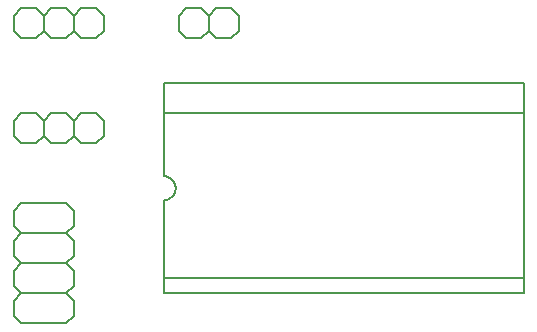
<source format=gto>
G75*
%MOIN*%
%OFA0B0*%
%FSLAX24Y24*%
%IPPOS*%
%LPD*%
%AMOC8*
5,1,8,0,0,1.08239X$1,22.5*
%
%ADD10C,0.0060*%
D10*
X001017Y000850D02*
X001017Y001350D01*
X001267Y001600D01*
X002767Y001600D01*
X003017Y001850D01*
X003017Y002350D01*
X002767Y002600D01*
X001267Y002600D01*
X001017Y002850D01*
X001017Y003350D01*
X001267Y003600D01*
X001017Y003850D01*
X001017Y004350D01*
X001267Y004600D01*
X002767Y004600D01*
X003017Y004350D01*
X003017Y003850D01*
X002767Y003600D01*
X001267Y003600D01*
X001267Y002600D02*
X001017Y002350D01*
X001017Y001850D01*
X001267Y001600D01*
X001017Y000850D02*
X001267Y000600D01*
X002767Y000600D01*
X003017Y000850D01*
X003017Y001350D01*
X002767Y001600D01*
X002767Y002600D02*
X003017Y002850D01*
X003017Y003350D01*
X002767Y003600D01*
X006017Y004700D02*
X006017Y002100D01*
X018017Y002100D01*
X018017Y001600D01*
X006017Y001600D01*
X006017Y002100D01*
X006017Y004700D02*
X006056Y004702D01*
X006095Y004708D01*
X006133Y004717D01*
X006170Y004730D01*
X006206Y004747D01*
X006239Y004767D01*
X006271Y004791D01*
X006300Y004817D01*
X006326Y004846D01*
X006350Y004878D01*
X006370Y004911D01*
X006387Y004947D01*
X006400Y004984D01*
X006409Y005022D01*
X006415Y005061D01*
X006417Y005100D01*
X006415Y005139D01*
X006409Y005178D01*
X006400Y005216D01*
X006387Y005253D01*
X006370Y005289D01*
X006350Y005322D01*
X006326Y005354D01*
X006300Y005383D01*
X006271Y005409D01*
X006239Y005433D01*
X006206Y005453D01*
X006170Y005470D01*
X006133Y005483D01*
X006095Y005492D01*
X006056Y005498D01*
X006017Y005500D01*
X006017Y007600D01*
X018017Y007600D01*
X018017Y002100D01*
X018017Y007600D02*
X018017Y008600D01*
X006017Y008600D01*
X006017Y007600D01*
X004017Y007350D02*
X004017Y006850D01*
X003767Y006600D01*
X003267Y006600D01*
X003017Y006850D01*
X002767Y006600D01*
X002267Y006600D01*
X002017Y006850D01*
X001767Y006600D01*
X001267Y006600D01*
X001017Y006850D01*
X001017Y007350D01*
X001267Y007600D01*
X001767Y007600D01*
X002017Y007350D01*
X002267Y007600D01*
X002767Y007600D01*
X003017Y007350D01*
X003267Y007600D01*
X003767Y007600D01*
X004017Y007350D01*
X003017Y007350D02*
X003017Y006850D01*
X002017Y006850D02*
X002017Y007350D01*
X002267Y010100D02*
X002017Y010350D01*
X001767Y010100D01*
X001267Y010100D01*
X001017Y010350D01*
X001017Y010850D01*
X001267Y011100D01*
X001767Y011100D01*
X002017Y010850D01*
X002267Y011100D01*
X002767Y011100D01*
X003017Y010850D01*
X003267Y011100D01*
X003767Y011100D01*
X004017Y010850D01*
X004017Y010350D01*
X003767Y010100D01*
X003267Y010100D01*
X003017Y010350D01*
X002767Y010100D01*
X002267Y010100D01*
X002017Y010350D02*
X002017Y010850D01*
X003017Y010850D02*
X003017Y010350D01*
X006517Y010350D02*
X006767Y010100D01*
X007267Y010100D01*
X007517Y010350D01*
X007767Y010100D01*
X008267Y010100D01*
X008517Y010350D01*
X008517Y010850D01*
X008267Y011100D01*
X007767Y011100D01*
X007517Y010850D01*
X007517Y010350D01*
X007517Y010850D02*
X007267Y011100D01*
X006767Y011100D01*
X006517Y010850D01*
X006517Y010350D01*
M02*

</source>
